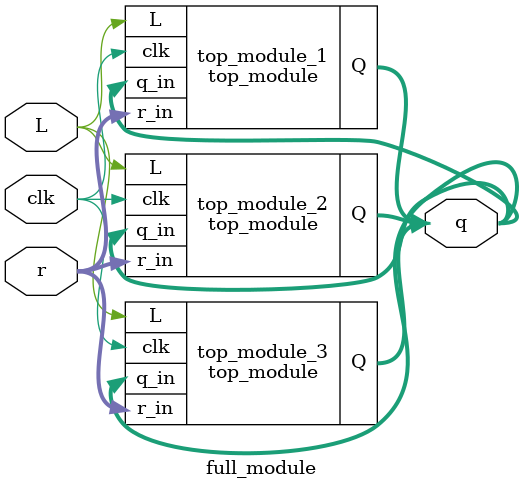
<source format=sv>
module top_module(
    input clk,
    input L,
    input [2:0] q_in,
    input [2:0] r_in,
    output reg [2:0] Q
);

always @(posedge clk) begin
    if (L) begin
        Q <= r_in;
    end else begin
        Q <= {Q[1] ^ Q[2], Q[0], Q[2]};
    end
end

endmodule
module full_module (
    input [2:0] r,
    input L,
    input clk,
    output reg [2:0] q
);

top_module top_module_1 (.clk(clk), .L(L), .q_in(q), .r_in(r), .Q(q));
top_module top_module_2 (.clk(clk), .L(L), .q_in(q), .r_in(r), .Q(q));
top_module top_module_3 (.clk(clk), .L(L), .q_in(q), .r_in(r), .Q(q));

endmodule

</source>
